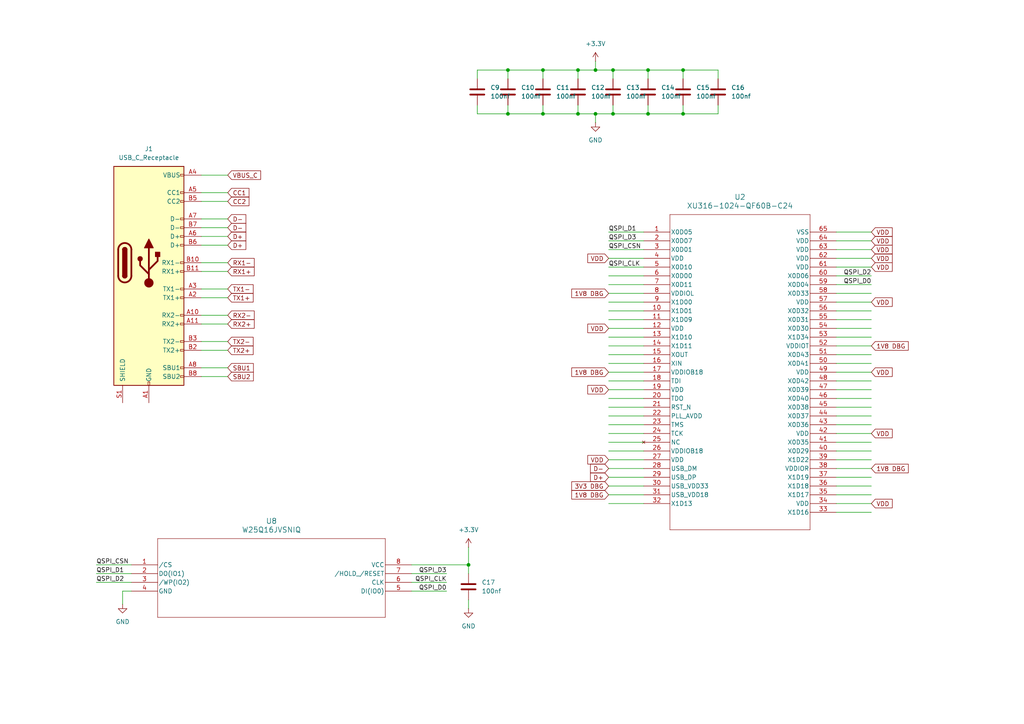
<source format=kicad_sch>
(kicad_sch (version 20250114) (generator "eeschema") (generator_version "9.0")
  (paper "A4")
  (lib_symbols
    (symbol "Connector:USB_C_Receptacle" (pin_names (offset 1.016))
      (property "Reference" "J" (at -10.16 29.21 0))
      (property "Value" "USB_C_Receptacle" (at 10.16 29.21 0))
      (symbol "USB_C_Receptacle_0_0"
        (rectangle (start -0.254 -35.56) (end 0.254 -34.544))
        (rectangle (start 10.16 25.654) (end 9.144 25.146))
        (rectangle (start 10.16 20.574) (end 9.144 20.066))
        (rectangle (start 10.16 18.034) (end 9.144 17.526))
        (rectangle (start 10.16 12.954) (end 9.144 12.446))
        (rectangle (start 10.16 10.414) (end 9.144 9.906))
        (rectangle (start 10.16 7.874) (end 9.144 7.366))
        (rectangle (start 10.16 5.334) (end 9.144 4.826))
        (rectangle (start 10.16 0.254) (end 9.144 -0.254))
        (rectangle (start 10.16 -2.286) (end 9.144 -2.794))
        (rectangle (start 10.16 -7.366) (end 9.144 -7.874))
        (rectangle (start 10.16 -9.906) (end 9.144 -10.414))
        (rectangle (start 10.16 -14.986) (end 9.144 -15.494))
        (rectangle (start 10.16 -17.526) (end 9.144 -18.034))
        (rectangle (start 10.16 -22.606) (end 9.144 -23.114))
        (rectangle (start 10.16 -25.146) (end 9.144 -25.654))
        (rectangle (start 10.16 -30.226) (end 9.144 -30.734))
        (rectangle (start 10.16 -32.766) (end 9.144 -33.274))
      )
      (symbol "USB_C_Receptacle_0_1"
        (rectangle (start -10.16 27.94) (end 10.16 -35.56) (stroke (width 0.254)) (fill (type background)))
        (polyline (pts (xy -8.89 -3.81) (xy -8.89 3.81)) (stroke (width 0.508)))
        (rectangle (start -7.62 -3.81) (end -6.35 3.81) (stroke (width 0.254)) (fill (type outline)))
        (arc (start -7.62 3.81) (mid -6.985 4.4423) (end -6.35 3.81) (stroke (width 0.254)))
        (arc (start -7.62 3.81) (mid -6.985 4.4423) (end -6.35 3.81) (stroke (width 0.254)) (fill (type outline)))
        (arc (start -8.89 3.81) (mid -6.985 5.7067) (end -5.08 3.81) (stroke (width 0.508)))
        (arc (start -5.08 -3.81) (mid -6.985 -5.7067) (end -8.89 -3.81) (stroke (width 0.508)))
        (arc (start -6.35 -3.81) (mid -6.985 -4.4423) (end -7.62 -3.81) (stroke (width 0.254)))
        (arc (start -6.35 -3.81) (mid -6.985 -4.4423) (end -7.62 -3.81) (stroke (width 0.254)) (fill (type outline)))
        (polyline (pts (xy -5.08 3.81) (xy -5.08 -3.81)) (stroke (width 0.508)))
      )
      (symbol "USB_C_Receptacle_1_1"
        (circle (center -2.54 1.143) (radius 0.635) (stroke (width 0.254)) (fill (type outline)))
        (polyline (pts (xy -1.27 4.318) (xy 0 6.858) (xy 1.27 4.318) (xy -1.27 4.318)) (stroke (width 0.254)) (fill (type outline)))
        (polyline (pts (xy 0 -2.032) (xy 2.54 0.508) (xy 2.54 1.778)) (stroke (width 0.508)))
        (polyline (pts (xy 0 -3.302) (xy -2.54 -0.762) (xy -2.54 0.508)) (stroke (width 0.508)))
        (polyline (pts (xy 0 -5.842) (xy 0 4.318)) (stroke (width 0.508)))
        (circle (center 0 -5.842) (radius 1.27) (fill (type outline)))
        (rectangle (start 1.905 1.778) (end 3.175 3.048) (stroke (width 0.254)) (fill (type outline)))
        (pin passive line (at -7.62 -40.64 90) (length 5.08) (name "SHIELD") (number "S1"))
        (pin passive line (at 0 -40.64 90) (length 5.08) (name "GND") (number "A1"))
        (pin passive line (at 0 -40.64 90) (length 5.08) (hide yes) (name "GND") (number "A12"))
        (pin passive line (at 0 -40.64 90) (length 5.08) (hide yes) (name "GND") (number "B1"))
        (pin passive line (at 0 -40.64 90) (length 5.08) (hide yes) (name "GND") (number "B12"))
        (pin passive line (at 15.24 25.4 180) (length 5.08) (name "VBUS") (number "A4"))
        (pin passive line (at 15.24 25.4 180) (length 5.08) (hide yes) (name "VBUS") (number "A9"))
        (pin passive line (at 15.24 25.4 180) (length 5.08) (hide yes) (name "VBUS") (number "B4"))
        (pin passive line (at 15.24 25.4 180) (length 5.08) (hide yes) (name "VBUS") (number "B9"))
        (pin bidirectional line (at 15.24 20.32 180) (length 5.08) (name "CC1") (number "A5"))
        (pin bidirectional line (at 15.24 17.78 180) (length 5.08) (name "CC2") (number "B5"))
        (pin bidirectional line (at 15.24 12.7 180) (length 5.08) (name "D-") (number "A7"))
        (pin bidirectional line (at 15.24 10.16 180) (length 5.08) (name "D-") (number "B7"))
        (pin bidirectional line (at 15.24 7.62 180) (length 5.08) (name "D+") (number "A6"))
        (pin bidirectional line (at 15.24 5.08 180) (length 5.08) (name "D+") (number "B6"))
        (pin bidirectional line (at 15.24 0 180) (length 5.08) (name "RX1-") (number "B10"))
        (pin bidirectional line (at 15.24 -2.54 180) (length 5.08) (name "RX1+") (number "B11"))
        (pin bidirectional line (at 15.24 -7.62 180) (length 5.08) (name "TX1-") (number "A3"))
        (pin bidirectional line (at 15.24 -10.16 180) (length 5.08) (name "TX1+") (number "A2"))
        (pin bidirectional line (at 15.24 -15.24 180) (length 5.08) (name "RX2-") (number "A10"))
        (pin bidirectional line (at 15.24 -17.78 180) (length 5.08) (name "RX2+") (number "A11"))
        (pin bidirectional line (at 15.24 -22.86 180) (length 5.08) (name "TX2-") (number "B3"))
        (pin bidirectional line (at 15.24 -25.4 180) (length 5.08) (name "TX2+") (number "B2"))
        (pin bidirectional line (at 15.24 -30.48 180) (length 5.08) (name "SBU1") (number "A8"))
        (pin bidirectional line (at 15.24 -33.02 180) (length 5.08) (name "SBU2") (number "B8"))
      )
    )
    (symbol "Device:C" (pin_numbers (hide yes)) (pin_names (offset 0.254))
      (property "Reference" "C" (at 0.635 2.54 0))
      (property "Value" "C" (at 0.635 -2.54 0))
      (symbol "C_0_1"
        (polyline (pts (xy -2.032 0.762) (xy 2.032 0.762)) (stroke (width 0.508)))
        (polyline (pts (xy -2.032 -0.762) (xy 2.032 -0.762)) (stroke (width 0.508)))
      )
      (symbol "C_1_1"
        (pin passive line (at 0 3.81 270) (length 2.794) (name "~") (number "1"))
        (pin passive line (at 0 -3.81 90) (length 2.794) (name "~") (number "2"))
      )
    )
    (symbol "W25Q16JVSNIQ:W25Q16JVSNIQ" (pin_names (offset 0.254))
      (property "Reference" "U" (at 40.64 12.7 0))
      (property "Value" "W25Q16JVSNIQ" (at 40.64 10.16 0))
      (symbol "W25Q16JVSNIQ_0_1"
        (polyline (pts (xy 7.62 7.62) (xy 7.62 -15.24)) (stroke (width 0.127)))
        (polyline (pts (xy 7.62 -15.24) (xy 73.66 -15.24)) (stroke (width 0.127)))
        (polyline (pts (xy 73.66 7.62) (xy 7.62 7.62)) (stroke (width 0.127)))
        (polyline (pts (xy 73.66 -15.24) (xy 73.66 7.62)) (stroke (width 0.127)))
        (pin input line (at 0 0 0) (length 7.62) (name "/CS") (number "1"))
        (pin bidirectional line (at 0 -2.54 0) (length 7.62) (name "DO(IO1)") (number "2"))
        (pin bidirectional line (at 0 -5.08 0) (length 7.62) (name "/WP(IO2)") (number "3"))
        (pin power_out line (at 0 -7.62 0) (length 7.62) (name "GND") (number "4"))
        (pin power_in line (at 81.28 0 180) (length 7.62) (name "VCC") (number "8"))
        (pin bidirectional line (at 81.28 -2.54 180) (length 7.62) (name "/HOLD_/RESET") (number "7"))
        (pin input line (at 81.28 -5.08 180) (length 7.62) (name "CLK") (number "6"))
        (pin bidirectional line (at 81.28 -7.62 180) (length 7.62) (name "DI(IO0)") (number "5"))
      )
    )
    (symbol "XU316-1024-QF60B-C24:XU316-1024-QF60B-C24" (pin_names (offset 0.254))
      (property "Reference" "U" (at 27.94 10.16 0))
      (property "Value" "XU316-1024-QF60B-C24" (at 27.94 7.62 0))
      (symbol "XU316-1024-QF60B-C24_0_1"
        (polyline (pts (xy 7.62 5.08) (xy 7.62 -86.36)) (stroke (width 0.127)))
        (polyline (pts (xy 7.62 -86.36) (xy 48.26 -86.36)) (stroke (width 0.127)))
        (polyline (pts (xy 48.26 5.08) (xy 7.62 5.08)) (stroke (width 0.127)))
        (polyline (pts (xy 48.26 -86.36) (xy 48.26 5.08)) (stroke (width 0.127)))
        (pin bidirectional line (at 0 0 0) (length 7.62) (name "X0D05") (number "1"))
        (pin bidirectional line (at 0 -2.54 0) (length 7.62) (name "X0D07") (number "2"))
        (pin bidirectional line (at 0 -5.08 0) (length 7.62) (name "X0D01") (number "3"))
        (pin power_in line (at 0 -7.62 0) (length 7.62) (name "VDD") (number "4"))
        (pin bidirectional line (at 0 -10.16 0) (length 7.62) (name "X0D10") (number "5"))
        (pin bidirectional line (at 0 -12.7 0) (length 7.62) (name "X0D00") (number "6"))
        (pin bidirectional line (at 0 -15.24 0) (length 7.62) (name "X0D11") (number "7"))
        (pin power_in line (at 0 -17.78 0) (length 7.62) (name "VDDIOL") (number "8"))
        (pin bidirectional line (at 0 -20.32 0) (length 7.62) (name "X1D00") (number "9"))
        (pin bidirectional line (at 0 -22.86 0) (length 7.62) (name "X1D01") (number "10"))
        (pin bidirectional line (at 0 -25.4 0) (length 7.62) (name "X1D09") (number "11"))
        (pin power_in line (at 0 -27.94 0) (length 7.62) (name "VDD") (number "12"))
        (pin bidirectional line (at 0 -30.48 0) (length 7.62) (name "X1D10") (number "13"))
        (pin bidirectional line (at 0 -33.02 0) (length 7.62) (name "X1D11") (number "14"))
        (pin output line (at 0 -35.56 0) (length 7.62) (name "XOUT") (number "15"))
        (pin unspecified line (at 0 -38.1 0) (length 7.62) (name "XIN") (number "16"))
        (pin power_in line (at 0 -40.64 0) (length 7.62) (name "VDDIOB18") (number "17"))
        (pin unspecified line (at 0 -43.18 0) (length 7.62) (name "TDI") (number "18"))
        (pin power_in line (at 0 -45.72 0) (length 7.62) (name "VDD") (number "19"))
        (pin unspecified line (at 0 -48.26 0) (length 7.62) (name "TDO") (number "20"))
        (pin unspecified line (at 0 -50.8 0) (length 7.62) (name "RST_N") (number "21"))
        (pin power_in line (at 0 -53.34 0) (length 7.62) (name "PLL_AVDD") (number "22"))
        (pin unspecified line (at 0 -55.88 0) (length 7.62) (name "TMS") (number "23"))
        (pin unspecified line (at 0 -58.42 0) (length 7.62) (name "TCK") (number "24"))
        (pin no_connect line (at 0 -60.96 0) (length 7.62) (name "NC") (number "25"))
        (pin power_in line (at 0 -63.5 0) (length 7.62) (name "VDDIOB18") (number "26"))
        (pin power_in line (at 0 -66.04 0) (length 7.62) (name "VDD") (number "27"))
        (pin unspecified line (at 0 -68.58 0) (length 7.62) (name "USB_DM") (number "28"))
        (pin unspecified line (at 0 -71.12 0) (length 7.62) (name "USB_DP") (number "29"))
        (pin power_in line (at 0 -73.66 0) (length 7.62) (name "USB_VDD33") (number "30"))
        (pin power_in line (at 0 -76.2 0) (length 7.62) (name "USB_VDD18") (number "31"))
        (pin bidirectional line (at 0 -78.74 0) (length 7.62) (name "X1D13") (number "32"))
        (pin power_out line (at 55.88 0 180) (length 7.62) (name "VSS") (number "65"))
        (pin power_in line (at 55.88 -2.54 180) (length 7.62) (name "VDD") (number "64"))
        (pin power_in line (at 55.88 -5.08 180) (length 7.62) (name "VDD") (number "63"))
        (pin power_in line (at 55.88 -7.62 180) (length 7.62) (name "VDD") (number "62"))
        (pin power_in line (at 55.88 -10.16 180) (length 7.62) (name "VDD") (number "61"))
        (pin bidirectional line (at 55.88 -12.7 180) (length 7.62) (name "X0D06") (number "60"))
        (pin bidirectional line (at 55.88 -15.24 180) (length 7.62) (name "X0D04") (number "59"))
        (pin bidirectional line (at 55.88 -17.78 180) (length 7.62) (name "X0D33") (number "58"))
        (pin power_in line (at 55.88 -20.32 180) (length 7.62) (name "VDD") (number "57"))
        (pin bidirectional line (at 55.88 -22.86 180) (length 7.62) (name "X0D32") (number "56"))
        (pin bidirectional line (at 55.88 -25.4 180) (length 7.62) (name "X0D31") (number "55"))
        (pin bidirectional line (at 55.88 -27.94 180) (length 7.62) (name "X0D30") (number "54"))
        (pin bidirectional line (at 55.88 -30.48 180) (length 7.62) (name "X1D34") (number "53"))
        (pin power_in line (at 55.88 -33.02 180) (length 7.62) (name "VDDIOT") (number "52"))
        (pin bidirectional line (at 55.88 -35.56 180) (length 7.62) (name "X0D43") (number "51"))
        (pin bidirectional line (at 55.88 -38.1 180) (length 7.62) (name "X0D41") (number "50"))
        (pin power_in line (at 55.88 -40.64 180) (length 7.62) (name "VDD") (number "49"))
        (pin bidirectional line (at 55.88 -43.18 180) (length 7.62) (name "X0D42") (number "48"))
        (pin bidirectional line (at 55.88 -45.72 180) (length 7.62) (name "X0D39") (number "47"))
        (pin bidirectional line (at 55.88 -48.26 180) (length 7.62) (name "X0D40") (number "46"))
        (pin bidirectional line (at 55.88 -50.8 180) (length 7.62) (name "X0D38") (number "45"))
        (pin bidirectional line (at 55.88 -53.34 180) (length 7.62) (name "X0D37") (number "44"))
        (pin bidirectional line (at 55.88 -55.88 180) (length 7.62) (name "X0D36") (number "43"))
        (pin power_in line (at 55.88 -58.42 180) (length 7.62) (name "VDD") (number "42"))
        (pin bidirectional line (at 55.88 -60.96 180) (length 7.62) (name "X0D35") (number "41"))
        (pin bidirectional line (at 55.88 -63.5 180) (length 7.62) (name "X0D29") (number "40"))
        (pin bidirectional line (at 55.88 -66.04 180) (length 7.62) (name "X1D22") (number "39"))
        (pin power_in line (at 55.88 -68.58 180) (length 7.62) (name "VDDIOR") (number "38"))
        (pin bidirectional line (at 55.88 -71.12 180) (length 7.62) (name "X1D19") (number "37"))
        (pin bidirectional line (at 55.88 -73.66 180) (length 7.62) (name "X1D18") (number "36"))
        (pin bidirectional line (at 55.88 -76.2 180) (length 7.62) (name "X1D17") (number "35"))
        (pin power_in line (at 55.88 -78.74 180) (length 7.62) (name "VDD") (number "34"))
        (pin bidirectional line (at 55.88 -81.28 180) (length 7.62) (name "X1D16") (number "33"))
      )
    )
    (symbol "power:+3.3V" (power) (pin_numbers (hide yes)) (pin_names (offset 0) (hide yes))
      (property "Value" "+3.3V" (at 0 3.556 0))
      (symbol "+3.3V_0_1"
        (polyline (pts (xy -0.762 1.27) (xy 0 2.54)))
        (polyline (pts (xy 0 2.54) (xy 0.762 1.27)))
        (polyline (pts (xy 0 0) (xy 0 2.54)))
      )
      (symbol "+3.3V_1_1"
        (pin power_in line (at 0 0 90) (length 0) (name "~") (number "1"))
      )
    )
    (symbol "power:GND" (power) (pin_numbers (hide yes)) (pin_names (offset 0) (hide yes))
      (property "Value" "GND" (at 0 -3.81 0))
      (symbol "GND_0_1"
        (polyline (pts (xy 0 0) (xy 0 -1.27) (xy 1.27 -1.27) (xy 0 -2.54) (xy -1.27 -1.27) (xy 0 -1.27)))
      )
      (symbol "GND_1_1"
        (pin power_in line (at 0 0 270) (length 0) (name "~") (number "1"))
      )
    )
  )
  (junction (at 172.72 20.32))
  (junction (at 157.48 33.02))
  (junction (at 198.12 20.32))
  (junction (at 187.96 20.32))
  (junction (at 167.64 20.32))
  (junction (at 187.96 33.02))
  (junction (at 135.89 163.83))
  (junction (at 167.64 33.02))
  (junction (at 177.8 20.32))
  (junction (at 198.12 33.02))
  (junction (at 177.8 33.02))
  (junction (at 172.72 33.02))
  (junction (at 147.32 20.32))
  (junction (at 147.32 33.02))
  (junction (at 157.48 20.32))
  (wire (pts (xy 176.53 113.03) (xy 186.69 113.03)))
  (wire (pts (xy 242.57 72.39) (xy 252.73 72.39)))
  (wire (pts (xy 242.57 146.05) (xy 252.73 146.05)))
  (wire (pts (xy 138.43 30.48) (xy 138.43 33.02)))
  (wire (pts (xy 208.28 20.32) (xy 198.12 20.32)))
  (wire (pts (xy 58.42 86.36) (xy 66.04 86.36)))
  (wire (pts (xy 242.57 105.41) (xy 252.73 105.41)))
  (wire (pts (xy 187.96 33.02) (xy 177.8 33.02)))
  (wire (pts (xy 242.57 115.57) (xy 252.73 115.57)))
  (wire (pts (xy 157.48 33.02) (xy 167.64 33.02)))
  (wire (pts (xy 242.57 143.51) (xy 252.73 143.51)))
  (wire (pts (xy 242.57 140.97) (xy 252.73 140.97)))
  (wire (pts (xy 176.53 115.57) (xy 186.69 115.57)))
  (wire (pts (xy 176.53 92.71) (xy 186.69 92.71)))
  (wire (pts (xy 176.53 120.65) (xy 186.69 120.65)))
  (wire (pts (xy 242.57 82.55) (xy 252.73 82.55)))
  (wire (pts (xy 187.96 30.48) (xy 187.96 33.02)))
  (wire (pts (xy 176.53 85.09) (xy 186.69 85.09)))
  (wire (pts (xy 38.1 168.91) (xy 27.94 168.91)))
  (wire (pts (xy 135.89 173.99) (xy 135.89 176.53)))
  (wire (pts (xy 167.64 33.02) (xy 172.72 33.02)))
  (wire (pts (xy 242.57 120.65) (xy 252.73 120.65)))
  (wire (pts (xy 208.28 22.86) (xy 208.28 20.32)))
  (wire (pts (xy 176.53 135.89) (xy 186.69 135.89)))
  (wire (pts (xy 167.64 20.32) (xy 172.72 20.32)))
  (wire (pts (xy 176.53 125.73) (xy 186.69 125.73)))
  (wire (pts (xy 242.57 67.31) (xy 252.73 67.31)))
  (wire (pts (xy 242.57 113.03) (xy 252.73 113.03)))
  (wire (pts (xy 58.42 99.06) (xy 66.04 99.06)))
  (wire (pts (xy 27.94 163.83) (xy 38.1 163.83)))
  (wire (pts (xy 242.57 123.19) (xy 252.73 123.19)))
  (wire (pts (xy 176.53 133.35) (xy 186.69 133.35)))
  (wire (pts (xy 242.57 77.47) (xy 252.73 77.47)))
  (wire (pts (xy 242.57 110.49) (xy 252.73 110.49)))
  (wire (pts (xy 58.42 68.58) (xy 66.04 68.58)))
  (wire (pts (xy 38.1 171.45) (xy 35.56 171.45)))
  (wire (pts (xy 242.57 85.09) (xy 252.73 85.09)))
  (wire (pts (xy 176.53 80.01) (xy 186.69 80.01)))
  (wire (pts (xy 242.57 130.81) (xy 252.73 130.81)))
  (wire (pts (xy 176.53 90.17) (xy 186.69 90.17)))
  (wire (pts (xy 176.53 123.19) (xy 186.69 123.19)))
  (wire (pts (xy 208.28 30.48) (xy 208.28 33.02)))
  (wire (pts (xy 119.38 163.83) (xy 135.89 163.83)))
  (wire (pts (xy 27.94 166.37) (xy 38.1 166.37)))
  (wire (pts (xy 177.8 33.02) (xy 172.72 33.02)))
  (wire (pts (xy 58.42 106.68) (xy 66.04 106.68)))
  (wire (pts (xy 176.53 128.27) (xy 186.69 128.27)))
  (wire (pts (xy 242.57 135.89) (xy 252.73 135.89)))
  (wire (pts (xy 242.57 69.85) (xy 252.73 69.85)))
  (wire (pts (xy 58.42 91.44) (xy 66.04 91.44)))
  (wire (pts (xy 58.42 76.2) (xy 66.04 76.2)))
  (wire (pts (xy 58.42 58.42) (xy 66.04 58.42)))
  (wire (pts (xy 242.57 148.59) (xy 252.73 148.59)))
  (wire (pts (xy 172.72 33.02) (xy 172.72 35.56)))
  (wire (pts (xy 58.42 63.5) (xy 66.04 63.5)))
  (wire (pts (xy 176.53 87.63) (xy 186.69 87.63)))
  (wire (pts (xy 176.53 110.49) (xy 186.69 110.49)))
  (wire (pts (xy 176.53 146.05) (xy 186.69 146.05)))
  (wire (pts (xy 187.96 20.32) (xy 177.8 20.32)))
  (wire (pts (xy 176.53 67.31) (xy 186.69 67.31)))
  (wire (pts (xy 167.64 30.48) (xy 167.64 33.02)))
  (wire (pts (xy 177.8 20.32) (xy 177.8 22.86)))
  (wire (pts (xy 58.42 50.8) (xy 66.04 50.8)))
  (wire (pts (xy 129.54 166.37) (xy 119.38 166.37)))
  (wire (pts (xy 157.48 20.32) (xy 167.64 20.32)))
  (wire (pts (xy 147.32 20.32) (xy 157.48 20.32)))
  (wire (pts (xy 176.53 143.51) (xy 186.69 143.51)))
  (wire (pts (xy 242.57 87.63) (xy 252.73 87.63)))
  (wire (pts (xy 242.57 95.25) (xy 252.73 95.25)))
  (wire (pts (xy 242.57 118.11) (xy 252.73 118.11)))
  (wire (pts (xy 242.57 138.43) (xy 252.73 138.43)))
  (wire (pts (xy 242.57 100.33) (xy 252.73 100.33)))
  (wire (pts (xy 198.12 20.32) (xy 187.96 20.32)))
  (wire (pts (xy 157.48 20.32) (xy 157.48 22.86)))
  (wire (pts (xy 135.89 163.83) (xy 135.89 166.37)))
  (wire (pts (xy 176.53 74.93) (xy 186.69 74.93)))
  (wire (pts (xy 176.53 82.55) (xy 186.69 82.55)))
  (wire (pts (xy 58.42 101.6) (xy 66.04 101.6)))
  (wire (pts (xy 176.53 72.39) (xy 186.69 72.39)))
  (wire (pts (xy 176.53 140.97) (xy 186.69 140.97)))
  (wire (pts (xy 147.32 30.48) (xy 147.32 33.02)))
  (wire (pts (xy 138.43 33.02) (xy 147.32 33.02)))
  (wire (pts (xy 176.53 102.87) (xy 186.69 102.87)))
  (wire (pts (xy 58.42 83.82) (xy 66.04 83.82)))
  (wire (pts (xy 176.53 95.25) (xy 186.69 95.25)))
  (wire (pts (xy 176.53 97.79) (xy 186.69 97.79)))
  (wire (pts (xy 119.38 171.45) (xy 129.54 171.45)))
  (wire (pts (xy 242.57 128.27) (xy 252.73 128.27)))
  (wire (pts (xy 147.32 20.32) (xy 147.32 22.86)))
  (wire (pts (xy 58.42 109.22) (xy 66.04 109.22)))
  (wire (pts (xy 242.57 107.95) (xy 252.73 107.95)))
  (wire (pts (xy 129.54 168.91) (xy 119.38 168.91)))
  (wire (pts (xy 242.57 125.73) (xy 252.73 125.73)))
  (wire (pts (xy 242.57 74.93) (xy 252.73 74.93)))
  (wire (pts (xy 35.56 171.45) (xy 35.56 175.26)))
  (wire (pts (xy 242.57 80.01) (xy 252.73 80.01)))
  (wire (pts (xy 177.8 30.48) (xy 177.8 33.02)))
  (wire (pts (xy 138.43 22.86) (xy 138.43 20.32)))
  (wire (pts (xy 176.53 118.11) (xy 186.69 118.11)))
  (wire (pts (xy 208.28 33.02) (xy 198.12 33.02)))
  (wire (pts (xy 135.89 158.75) (xy 135.89 163.83)))
  (wire (pts (xy 187.96 20.32) (xy 187.96 22.86)))
  (wire (pts (xy 58.42 71.12) (xy 66.04 71.12)))
  (wire (pts (xy 58.42 66.04) (xy 66.04 66.04)))
  (wire (pts (xy 58.42 55.88) (xy 66.04 55.88)))
  (wire (pts (xy 167.64 20.32) (xy 167.64 22.86)))
  (wire (pts (xy 176.53 100.33) (xy 186.69 100.33)))
  (wire (pts (xy 198.12 20.32) (xy 198.12 22.86)))
  (wire (pts (xy 176.53 138.43) (xy 186.69 138.43)))
  (wire (pts (xy 242.57 90.17) (xy 252.73 90.17)))
  (wire (pts (xy 242.57 133.35) (xy 252.73 133.35)))
  (wire (pts (xy 58.42 93.98) (xy 66.04 93.98)))
  (wire (pts (xy 176.53 77.47) (xy 186.69 77.47)))
  (wire (pts (xy 242.57 92.71) (xy 252.73 92.71)))
  (wire (pts (xy 58.42 78.74) (xy 66.04 78.74)))
  (wire (pts (xy 242.57 102.87) (xy 252.73 102.87)))
  (wire (pts (xy 147.32 33.02) (xy 157.48 33.02)))
  (wire (pts (xy 172.72 20.32) (xy 172.72 17.78)))
  (wire (pts (xy 177.8 20.32) (xy 172.72 20.32)))
  (wire (pts (xy 176.53 69.85) (xy 186.69 69.85)))
  (wire (pts (xy 242.57 97.79) (xy 252.73 97.79)))
  (wire (pts (xy 176.53 130.81) (xy 186.69 130.81)))
  (wire (pts (xy 176.53 107.95) (xy 186.69 107.95)))
  (wire (pts (xy 138.43 20.32) (xy 147.32 20.32)))
  (wire (pts (xy 198.12 30.48) (xy 198.12 33.02)))
  (wire (pts (xy 176.53 105.41) (xy 186.69 105.41)))
  (wire (pts (xy 198.12 33.02) (xy 187.96 33.02)))
  (wire (pts (xy 157.48 30.48) (xy 157.48 33.02)))
  (label "QSPI_CLK" (at 176.53 77.47 0))
  (label "QSPI_CSN" (at 176.53 72.39 0))
  (label "QSPI_CLK" (at 129.54 168.91 180))
  (label "QSPI_D3" (at 176.53 69.85 0))
  (label "QSPI_D2" (at 252.73 80.01 180))
  (label "QSPI_D0" (at 252.73 82.55 180))
  (label "QSPI_D1" (at 27.94 166.37 0))
  (label "QSPI_CSN" (at 27.94 163.83 0))
  (label "QSPI_D0" (at 129.54 171.45 180))
  (label "QSPI_D1" (at 176.53 67.31 0))
  (label "QSPI_D2" (at 27.94 168.91 0))
  (label "QSPI_D3" (at 129.54 166.37 180))
  (global_label "VDD" (shape input) (at 252.73 87.63 0) (property "Intersheetrefs" "${INTERSHEET_REFS}" (effects (hide yes))))
  (global_label "RX1+" (shape input) (at 66.04 78.74 0) (property "Intersheetrefs" "${INTERSHEET_REFS}" (effects (hide yes))))
  (global_label "1V8 DBG" (shape input) (at 252.73 100.33 0) (property "Intersheetrefs" "${INTERSHEET_REFS}" (effects (hide yes))))
  (global_label "TX1+" (shape input) (at 66.04 86.36 0) (property "Intersheetrefs" "${INTERSHEET_REFS}" (effects (hide yes))))
  (global_label "VDD" (shape input) (at 252.73 72.39 0) (property "Intersheetrefs" "${INTERSHEET_REFS}" (effects (hide yes))))
  (global_label "VDD" (shape input) (at 176.53 133.35 180) (property "Intersheetrefs" "${INTERSHEET_REFS}" (effects (hide yes))))
  (global_label "TX2+" (shape input) (at 66.04 101.6 0) (property "Intersheetrefs" "${INTERSHEET_REFS}" (effects (hide yes))))
  (global_label "SBU2" (shape input) (at 66.04 109.22 0) (property "Intersheetrefs" "${INTERSHEET_REFS}" (effects (hide yes))))
  (global_label "1V8 DBG" (shape input) (at 176.53 143.51 180) (property "Intersheetrefs" "${INTERSHEET_REFS}" (effects (hide yes))))
  (global_label "D+" (shape input) (at 176.53 138.43 180) (property "Intersheetrefs" "${INTERSHEET_REFS}" (effects (hide yes))))
  (global_label "CC1" (shape input) (at 66.04 55.88 0) (property "Intersheetrefs" "${INTERSHEET_REFS}" (effects (hide yes))))
  (global_label "RX2+" (shape input) (at 66.04 93.98 0) (property "Intersheetrefs" "${INTERSHEET_REFS}" (effects (hide yes))))
  (global_label "1V8 DBG" (shape input) (at 176.53 85.09 180) (property "Intersheetrefs" "${INTERSHEET_REFS}" (effects (hide yes))))
  (global_label "D+" (shape input) (at 66.04 68.58 0) (property "Intersheetrefs" "${INTERSHEET_REFS}" (effects (hide yes))))
  (global_label "VDD" (shape input) (at 176.53 113.03 180) (property "Intersheetrefs" "${INTERSHEET_REFS}" (effects (hide yes))))
  (global_label "VDD" (shape input) (at 252.73 146.05 0) (property "Intersheetrefs" "${INTERSHEET_REFS}" (effects (hide yes))))
  (global_label "TX2-" (shape input) (at 66.04 99.06 0) (property "Intersheetrefs" "${INTERSHEET_REFS}" (effects (hide yes))))
  (global_label "VDD" (shape input) (at 252.73 107.95 0) (property "Intersheetrefs" "${INTERSHEET_REFS}" (effects (hide yes))))
  (global_label "VDD" (shape input) (at 252.73 74.93 0) (property "Intersheetrefs" "${INTERSHEET_REFS}" (effects (hide yes))))
  (global_label "D-" (shape input) (at 176.53 135.89 180) (property "Intersheetrefs" "${INTERSHEET_REFS}" (effects (hide yes))))
  (global_label "1V8 DBG" (shape input) (at 252.73 135.89 0) (property "Intersheetrefs" "${INTERSHEET_REFS}" (effects (hide yes))))
  (global_label "VDD" (shape input) (at 176.53 95.25 180) (property "Intersheetrefs" "${INTERSHEET_REFS}" (effects (hide yes))))
  (global_label "RX2-" (shape input) (at 66.04 91.44 0) (property "Intersheetrefs" "${INTERSHEET_REFS}" (effects (hide yes))))
  (global_label "VDD" (shape input) (at 176.53 74.93 180) (property "Intersheetrefs" "${INTERSHEET_REFS}" (effects (hide yes))))
  (global_label "VDD" (shape input) (at 252.73 125.73 0) (property "Intersheetrefs" "${INTERSHEET_REFS}" (effects (hide yes))))
  (global_label "RX1-" (shape input) (at 66.04 76.2 0) (property "Intersheetrefs" "${INTERSHEET_REFS}" (effects (hide yes))))
  (global_label "D-" (shape input) (at 66.04 63.5 0) (property "Intersheetrefs" "${INTERSHEET_REFS}" (effects (hide yes))))
  (global_label "3V3 DBG" (shape input) (at 176.53 140.97 180) (property "Intersheetrefs" "${INTERSHEET_REFS}" (effects (hide yes))))
  (global_label "TX1-" (shape input) (at 66.04 83.82 0) (property "Intersheetrefs" "${INTERSHEET_REFS}" (effects (hide yes))))
  (global_label "VDD" (shape input) (at 252.73 67.31 0) (property "Intersheetrefs" "${INTERSHEET_REFS}" (effects (hide yes))))
  (global_label "VBUS_C" (shape input) (at 66.04 50.8 0) (property "Intersheetrefs" "${INTERSHEET_REFS}" (effects (hide yes))))
  (global_label "SBU1" (shape input) (at 66.04 106.68 0) (property "Intersheetrefs" "${INTERSHEET_REFS}" (effects (hide yes))))
  (global_label "D-" (shape input) (at 66.04 66.04 0) (property "Intersheetrefs" "${INTERSHEET_REFS}" (effects (hide yes))))
  (global_label "1V8 DBG" (shape input) (at 176.53 107.95 180) (property "Intersheetrefs" "${INTERSHEET_REFS}" (effects (hide yes))))
  (global_label "VDD" (shape input) (at 252.73 69.85 0) (property "Intersheetrefs" "${INTERSHEET_REFS}" (effects (hide yes))))
  (global_label "VDD" (shape input) (at 252.73 77.47 0) (property "Intersheetrefs" "${INTERSHEET_REFS}" (effects (hide yes))))
  (global_label "D+" (shape input) (at 66.04 71.12 0) (property "Intersheetrefs" "${INTERSHEET_REFS}" (effects (hide yes))))
  (global_label "CC2" (shape input) (at 66.04 58.42 0) (property "Intersheetrefs" "${INTERSHEET_REFS}" (effects (hide yes))))
  (symbol (lib_id "Device:C") (at 167.64 26.67 0) (unit 1)
    (property "Reference" "C12" (at 171.45 25.3999 0) (effects (justify left)))
    (property "Value" "100nf" (at 171.45 27.9399 0) (effects (justify left)))
    (property "Description" "Unpolarized capacitor" (effects (hide yes)))
  )
  (symbol (lib_id "Connector:USB_C_Receptacle") (at 43.18 76.2 0) (unit 1)
    (property "Reference" "J1" (at 43.18 43.18 0))
    (property "Value" "USB_C_Receptacle" (at 43.18 45.72 0))
    (property "Datasheet" "https://www.usb.org/sites/default/files/documents/usb_type-c.zip" (effects (hide yes)))
    (property "Description" "USB Full-Featured Type-C Receptacle connector" (effects (hide yes)))
  )
  (symbol (lib_id "power:GND") (at 135.89 176.53 0) (unit 1)
    (property "Reference" "#PWR015" (effects (hide yes)))
    (property "Value" "GND" (at 135.89 181.61 0))
    (property "Description" "Power symbol creates a global label with name \"GND\" , ground" (effects (hide yes)))
  )
  (symbol (lib_id "Device:C") (at 138.43 26.67 0) (unit 1)
    (property "Reference" "C9" (at 142.24 25.3999 0) (effects (justify left)))
    (property "Value" "100nf" (at 142.24 27.9399 0) (effects (justify left)))
    (property "Description" "Unpolarized capacitor" (effects (hide yes)))
  )
  (symbol (lib_id "power:+3.3V") (at 172.72 17.78 0) (unit 1)
    (property "Reference" "#PWR012" (effects (hide yes)))
    (property "Value" "+3.3V" (at 172.72 12.7 0))
    (property "Description" "Power symbol creates a global label with name \"+3.3V\"" (effects (hide yes)))
  )
  (symbol (lib_id "Device:C") (at 177.8 26.67 0) (unit 1)
    (property "Reference" "C13" (at 181.61 25.3999 0) (effects (justify left)))
    (property "Value" "100nf" (at 181.61 27.9399 0) (effects (justify left)))
    (property "Description" "Unpolarized capacitor" (effects (hide yes)))
  )
  (symbol (lib_id "power:+3.3V") (at 135.89 158.75 0) (unit 1)
    (property "Reference" "#PWR014" (effects (hide yes)))
    (property "Value" "+3.3V" (at 135.89 153.67 0))
    (property "Description" "Power symbol creates a global label with name \"+3.3V\"" (effects (hide yes)))
  )
  (symbol (lib_id "W25Q16JVSNIQ:W25Q16JVSNIQ") (at 38.1 163.83 0) (unit 1)
    (property "Reference" "U8" (at 78.74 151.13 0) (effects (font (size 1.524 1.524))))
    (property "Value" "W25Q16JVSNIQ" (at 78.74 153.67 0) (effects (font (size 1.524 1.524))))
    (property "Footprint" "SOIC_150MIL_WIN" (effects (hide yes)))
    (property "Datasheet" "W25Q16JVSNIQ" (effects (hide yes)))
  )
  (symbol (lib_id "Device:C") (at 208.28 26.67 0) (unit 1)
    (property "Reference" "C16" (at 212.09 25.3999 0) (effects (justify left)))
    (property "Value" "100nf" (at 212.09 27.9399 0) (effects (justify left)))
    (property "Description" "Unpolarized capacitor" (effects (hide yes)))
  )
  (symbol (lib_id "Device:C") (at 147.32 26.67 0) (unit 1)
    (property "Reference" "C10" (at 151.13 25.3999 0) (effects (justify left)))
    (property "Value" "100nf" (at 151.13 27.9399 0) (effects (justify left)))
    (property "Description" "Unpolarized capacitor" (effects (hide yes)))
  )
  (symbol (lib_id "Device:C") (at 187.96 26.67 0) (unit 1)
    (property "Reference" "C14" (at 191.77 25.3999 0) (effects (justify left)))
    (property "Value" "100nf" (at 191.77 27.9399 0) (effects (justify left)))
    (property "Description" "Unpolarized capacitor" (effects (hide yes)))
  )
  (symbol (lib_id "power:GND") (at 35.56 175.26 0) (unit 1)
    (property "Reference" "#PWR016" (effects (hide yes)))
    (property "Value" "GND" (at 35.56 180.34 0))
    (property "Description" "Power symbol creates a global label with name \"GND\" , ground" (effects (hide yes)))
  )
  (symbol (lib_id "XU316-1024-QF60B-C24:XU316-1024-QF60B-C24") (at 186.69 67.31 0) (unit 1)
    (property "Reference" "U2" (at 214.63 57.15 0) (effects (font (size 1.524 1.524))))
    (property "Value" "XU316-1024-QF60B-C24" (at 214.63 59.69 0) (effects (font (size 1.524 1.524))))
    (property "Footprint" "QFN_F60B-C24_XMO" (effects (hide yes)))
    (property "Datasheet" "XU316-1024-QF60B-C24" (effects (hide yes)))
  )
  (symbol (lib_id "Device:C") (at 157.48 26.67 0) (unit 1)
    (property "Reference" "C11" (at 161.29 25.3999 0) (effects (justify left)))
    (property "Value" "100nf" (at 161.29 27.9399 0) (effects (justify left)))
    (property "Description" "Unpolarized capacitor" (effects (hide yes)))
  )
  (symbol (lib_id "Device:C") (at 135.89 170.18 0) (unit 1)
    (property "Reference" "C17" (at 139.7 168.9099 0) (effects (justify left)))
    (property "Value" "100nf" (at 139.7 171.4499 0) (effects (justify left)))
    (property "Description" "Unpolarized capacitor" (effects (hide yes)))
  )
  (symbol (lib_id "power:GND") (at 172.72 35.56 0) (unit 1)
    (property "Reference" "#PWR013" (effects (hide yes)))
    (property "Value" "GND" (at 172.72 40.64 0))
    (property "Description" "Power symbol creates a global label with name \"GND\" , ground" (effects (hide yes)))
  )
  (symbol (lib_id "Device:C") (at 198.12 26.67 0) (unit 1)
    (property "Reference" "C15" (at 201.93 25.3999 0) (effects (justify left)))
    (property "Value" "100nf" (at 201.93 27.9399 0) (effects (justify left)))
    (property "Description" "Unpolarized capacitor" (effects (hide yes)))
  )
)
</source>
